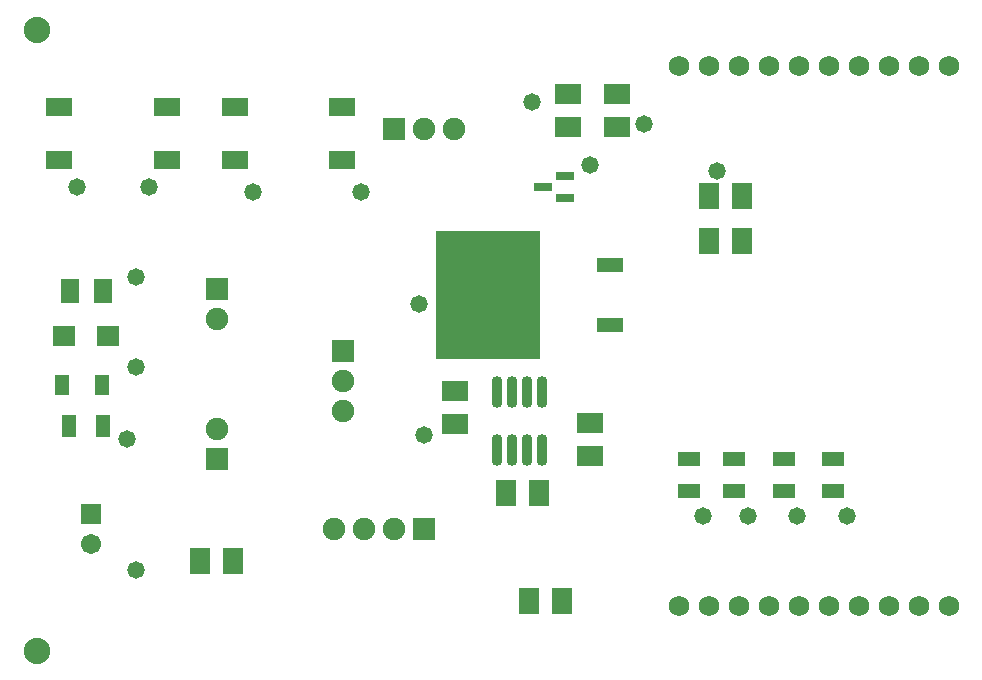
<source format=gts>
G04*
G04 #@! TF.GenerationSoftware,Altium Limited,Altium Designer,19.1.7 (138)*
G04*
G04 Layer_Color=8388736*
%FSLAX25Y25*%
%MOIN*%
G70*
G01*
G75*
%ADD31R,0.07690X0.06706*%
%ADD32R,0.05131X0.07099*%
%ADD33R,0.05131X0.07493*%
%ADD34R,0.05918X0.07887*%
%ADD35R,0.08800X0.06800*%
%ADD36R,0.06800X0.08800*%
%ADD37O,0.03556X0.10642*%
%ADD38R,0.07493X0.05131*%
%ADD39R,0.06312X0.03162*%
%ADD40R,0.09068X0.06312*%
%ADD41R,0.34658X0.42532*%
%ADD42R,0.09068X0.04737*%
%ADD43C,0.08800*%
%ADD44R,0.06706X0.06706*%
%ADD45C,0.06706*%
%ADD46C,0.06800*%
%ADD47C,0.07493*%
%ADD48R,0.07493X0.07493*%
%ADD49R,0.07493X0.07493*%
%ADD50C,0.05800*%
D31*
X145618Y319500D02*
D03*
X160382D02*
D03*
D32*
X158193Y303000D02*
D03*
X144807D02*
D03*
D33*
X147291Y289500D02*
D03*
X158709D02*
D03*
D34*
X147488Y334500D02*
D03*
X158512D02*
D03*
D35*
X321000Y290500D02*
D03*
Y279500D02*
D03*
X276000Y301000D02*
D03*
Y290000D02*
D03*
X313500Y389000D02*
D03*
Y400000D02*
D03*
X330000Y389000D02*
D03*
Y400000D02*
D03*
D36*
X191000Y244500D02*
D03*
X202000D02*
D03*
X304000Y267000D02*
D03*
X293000D02*
D03*
X311500Y231000D02*
D03*
X300500D02*
D03*
X371500Y366000D02*
D03*
X360500D02*
D03*
Y351000D02*
D03*
X371500D02*
D03*
D37*
X290000Y281354D02*
D03*
X295000D02*
D03*
X300000D02*
D03*
X305000D02*
D03*
X290000Y300646D02*
D03*
X295000D02*
D03*
X300000D02*
D03*
X305000D02*
D03*
D38*
X402000Y267685D02*
D03*
Y278315D02*
D03*
X369000Y267685D02*
D03*
Y278315D02*
D03*
X385500Y267685D02*
D03*
Y278315D02*
D03*
X354000Y267685D02*
D03*
Y278315D02*
D03*
D39*
X312740Y365260D02*
D03*
Y372740D02*
D03*
X305260Y369000D02*
D03*
D40*
X238413Y395819D02*
D03*
Y378181D02*
D03*
X202587D02*
D03*
Y395819D02*
D03*
X179913D02*
D03*
Y378181D02*
D03*
X144087D02*
D03*
Y395819D02*
D03*
D41*
X287130Y333091D02*
D03*
D42*
X327484Y343092D02*
D03*
Y323092D02*
D03*
D43*
X136500Y214500D02*
D03*
Y421500D02*
D03*
D44*
X154500Y259921D02*
D03*
D45*
Y250079D02*
D03*
D46*
X440500Y229500D02*
D03*
X430500D02*
D03*
X420500D02*
D03*
X410500D02*
D03*
X400500D02*
D03*
X390500D02*
D03*
X380500D02*
D03*
X370500D02*
D03*
X360500D02*
D03*
X350500D02*
D03*
Y409500D02*
D03*
X360500D02*
D03*
X370500D02*
D03*
X380500D02*
D03*
X390500D02*
D03*
X400500D02*
D03*
X410500D02*
D03*
X420500D02*
D03*
X430500D02*
D03*
X440500D02*
D03*
D47*
X235500Y255000D02*
D03*
X245500D02*
D03*
X255500D02*
D03*
X275500Y388500D02*
D03*
X265500D02*
D03*
X196500Y325000D02*
D03*
Y288500D02*
D03*
X238500Y294500D02*
D03*
Y304500D02*
D03*
D48*
X265500Y255000D02*
D03*
X255500Y388500D02*
D03*
D49*
X196500Y335000D02*
D03*
Y278500D02*
D03*
X238500Y314500D02*
D03*
D50*
X150000Y369000D02*
D03*
X264000Y330000D02*
D03*
X301500Y397500D02*
D03*
X321000Y376500D02*
D03*
X363176Y374426D02*
D03*
X265500Y286500D02*
D03*
X208500Y367500D02*
D03*
X174000Y369000D02*
D03*
X244500Y367500D02*
D03*
X339000Y390000D02*
D03*
X169500Y309000D02*
D03*
Y339000D02*
D03*
X166500Y285000D02*
D03*
X169500Y241500D02*
D03*
X406500Y259500D02*
D03*
X390000D02*
D03*
X373500D02*
D03*
X358500D02*
D03*
M02*

</source>
